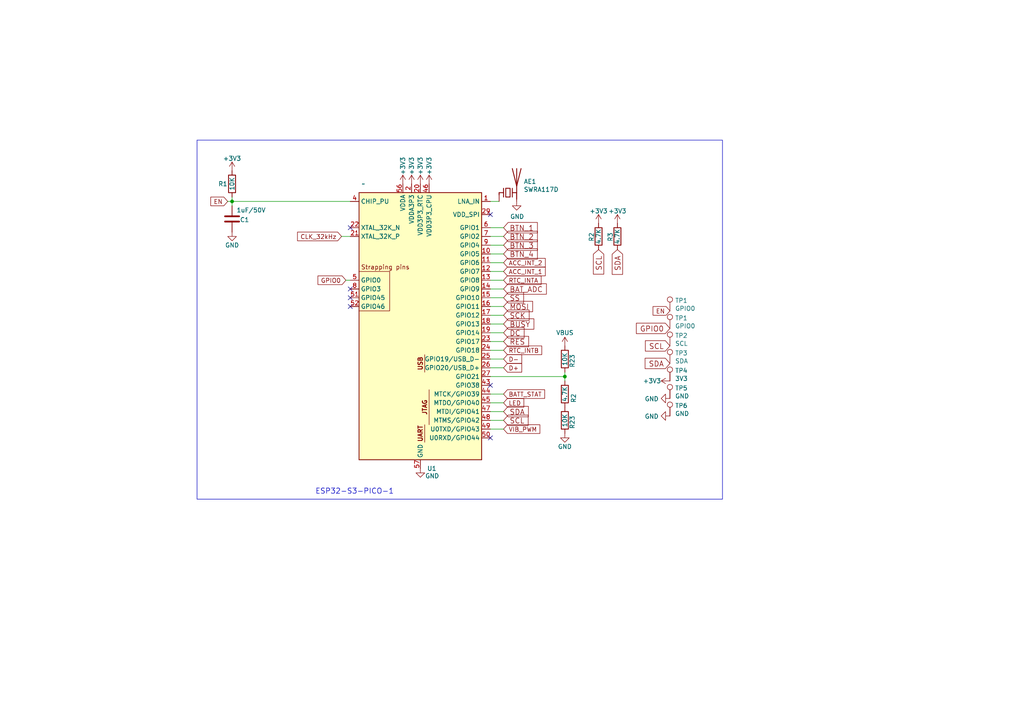
<source format=kicad_sch>
(kicad_sch (version 20230121) (generator eeschema)
  (paper "A4")
  (lib_symbols
    (symbol "Connector:TestPoint" (pin_numbers hide) (pin_names (offset 0.762) hide)
      (property "Reference" "TP" (at 0 6.858 0))
      (property "Value" "TestPoint" (at 0 5.08 0))
      (symbol "TestPoint_0_1"
        (circle (center 0 3.302) (radius 0.762))
      )
      (symbol "TestPoint_1_1"
        (pin passive line (at 0 0 90) (length 2.54) (name "1") (number "1"))
      )
    )
    (symbol "Device:Antenna_Chip" (pin_numbers hide) (pin_names (offset 1.016) hide)
      (property "Reference" "AE" (at 0 5.08 0))
      (property "Value" "Antenna_Chip" (at 0 3.175 0))
      (symbol "Antenna_Chip_0_1"
        (polyline (pts (xy -2.54 0) (xy -2.54 -0.635)) (stroke (width 0.254)))
        (polyline (pts (xy -2.54 0) (xy -1.27 0)) (stroke (width 0.254)))
        (polyline (pts (xy 1.27 0) (xy 2.54 0)) (stroke (width 0.254)))
        (polyline (pts (xy 1.27 1.27) (xy 1.27 -1.27)) (stroke (width 0.254)))
        (polyline (pts (xy 2.54 -0.635) (xy 2.54 0)))
        (polyline (pts (xy 2.54 6.985) (xy 2.54 -1.905)) (stroke (width 0.254)))
        (polyline (pts (xy -1.27 1.27) (xy -1.27 -1.27) (xy -1.27 0)) (stroke (width 0.254)))
        (polyline (pts (xy 3.81 6.985) (xy 2.54 1.905) (xy 1.27 6.985)) (stroke (width 0.254)))
        (polyline (pts (xy -0.635 1.27) (xy 0.635 1.27) (xy 0.635 -1.27) (xy -0.635 -1.27) (xy -0.635 1.27)) (stroke (width 0.254)))
      )
      (symbol "Antenna_Chip_1_1"
        (pin input line (at -2.54 -2.54 90) (length 2.54) (name "FEED") (number "1"))
        (pin passive line (at 2.54 -2.54 90) (length 2.54) (name "PCB_Trace") (number "2"))
      )
    )
    (symbol "Device:C" (pin_numbers hide) (pin_names (offset 0.254))
      (property "Reference" "C" (at 0.635 2.54 0))
      (property "Value" "C" (at 0.635 -2.54 0))
      (symbol "C_0_1"
        (polyline (pts (xy -2.032 -0.762) (xy 2.032 -0.762)) (stroke (width 0.508)))
        (polyline (pts (xy -2.032 0.762) (xy 2.032 0.762)) (stroke (width 0.508)))
      )
      (symbol "C_1_1"
        (pin passive line (at 0 3.81 270) (length 2.794) (name "~") (number "1"))
        (pin passive line (at 0 -3.81 90) (length 2.794) (name "~") (number "2"))
      )
    )
    (symbol "Device:R" (pin_numbers hide) (pin_names (offset 0))
      (property "Reference" "R" (at 2.032 0 90))
      (property "Value" "R" (at 0 0 90))
      (symbol "R_0_1"
        (rectangle (start -1.016 -2.54) (end 1.016 2.54) (stroke (width 0.254)))
      )
      (symbol "R_1_1"
        (pin passive line (at 0 3.81 270) (length 1.27) (name "~") (number "1"))
        (pin passive line (at 0 -3.81 90) (length 1.27) (name "~") (number "2"))
      )
    )
    (symbol "Watchy:ESP32-S3-PICO-1"
      (property "Reference" "U" (at 0 0 0))
      (symbol "ESP32-S3-PICO-1_0_1"
        (rectangle (start -1.27 -2.54) (end 34.29 -80.01) (stroke (width 0.254)) (fill (type background)))
      )
      (symbol "ESP32-S3-PICO-1_1_0"
        (pin bidirectional line (at 36.83 -5.08 180) (length 2.54) (name "LNA_IN") (number "1"))
        (pin bidirectional line (at 36.83 -20.32 180) (length 2.54) (name "GPIO5") (number "10"))
        (pin bidirectional line (at 36.83 -22.86 180) (length 2.54) (name "GPIO6") (number "11"))
        (pin bidirectional line (at 36.83 -25.4 180) (length 2.54) (name "GPIO7") (number "12"))
        (pin bidirectional line (at 36.83 -27.94 180) (length 2.54) (name "GPIO8") (number "13"))
        (pin bidirectional line (at 36.83 -30.48 180) (length 2.54) (name "GPIO9") (number "14"))
        (pin bidirectional line (at 36.83 -33.02 180) (length 2.54) (name "GPIO10") (number "15"))
        (pin bidirectional line (at 36.83 -35.56 180) (length 2.54) (name "GPIO11") (number "16"))
        (pin bidirectional line (at 36.83 -38.1 180) (length 2.54) (name "GPIO12") (number "17"))
        (pin bidirectional line (at 36.83 -40.64 180) (length 2.54) (name "GPIO13") (number "18"))
        (pin bidirectional line (at 36.83 -43.18 180) (length 2.54) (name "GPIO14") (number "19"))
        (pin power_in line (at 13.97 0 270) (length 2.54) (name "VDDA3P3") (number "2"))
        (pin power_in line (at 16.51 0 270) (length 2.54) (name "VDD3P3_RTC") (number "20"))
        (pin bidirectional line (at -3.81 -15.24 0) (length 2.54) (name "XTAL_32K_P") (number "21"))
        (pin bidirectional line (at -3.81 -12.7 0) (length 2.54) (name "XTAL_32K_N") (number "22"))
        (pin bidirectional line (at 36.83 -45.72 180) (length 2.54) (name "GPIO17") (number "23"))
        (pin bidirectional line (at 36.83 -48.26 180) (length 2.54) (name "GPIO18") (number "24"))
        (pin bidirectional line (at 36.83 -50.8 180) (length 2.54) (name "GPIO19/USB_D-") (number "25"))
        (pin bidirectional line (at 36.83 -53.34 180) (length 2.54) (name "GPIO20/USB_D+") (number "26"))
        (pin bidirectional line (at 36.83 -55.88 180) (length 2.54) (name "GPIO21") (number "27"))
        (pin no_connect line (at 6.985 -80.645 90) (length 2.54) hide (name "SPICS1") (number "28"))
        (pin power_out line (at 36.83 -8.89 180) (length 2.54) (name "VDD_SPI") (number "29"))
        (pin passive line (at 13.97 0 270) (length 2.54) hide (name "VDDA3P3") (number "3"))
        (pin no_connect line (at 2.54 -80.01 90) (length 2.54) hide (name "SPICLK_N") (number "36"))
        (pin no_connect line (at 5.08 -80.01 90) (length 2.54) hide (name "SPICLK_P") (number "37"))
        (pin no_connect line (at -3.81 -50.8 0) (length 2.54) hide (name "GPIO33") (number "38"))
        (pin no_connect line (at -3.81 -53.34 0) (length 2.54) hide (name "GPIO34") (number "39"))
        (pin input line (at -3.81 -5.08 0) (length 2.54) (name "CHIP_PU") (number "4"))
        (pin no_connect line (at -3.81 -55.88 0) (length 2.54) hide (name "GPIO35") (number "40"))
        (pin no_connect line (at -3.81 -58.42 0) (length 2.54) hide (name "GPIO36") (number "41"))
        (pin no_connect line (at -3.81 -60.96 0) (length 2.54) hide (name "GPIO37") (number "42"))
        (pin bidirectional line (at 36.83 -58.42 180) (length 2.54) (name "GPIO38") (number "43"))
        (pin bidirectional line (at 36.83 -60.96 180) (length 2.54) (name "MTCK/GPIO39") (number "44"))
        (pin bidirectional line (at 36.83 -63.5 180) (length 2.54) (name "MTDO/GPIO40") (number "45"))
        (pin power_in line (at 19.05 0 270) (length 2.54) (name "VDD3P3_CPU") (number "46"))
        (pin bidirectional line (at 36.83 -66.04 180) (length 2.54) (name "MTDI/GPIO41") (number "47"))
        (pin bidirectional line (at 36.83 -68.58 180) (length 2.54) (name "MTMS/GPIO42") (number "48"))
        (pin bidirectional line (at 36.83 -71.12 180) (length 2.54) (name "U0TXD/GPIO43") (number "49"))
        (pin bidirectional line (at -3.81 -27.94 0) (length 2.54) (name "GPIO0") (number "5"))
        (pin bidirectional line (at 36.83 -73.66 180) (length 2.54) (name "U0RXD/GPIO44") (number "50"))
        (pin bidirectional line (at -3.81 -33.02 0) (length 2.54) (name "GPIO45") (number "51"))
        (pin bidirectional line (at -3.81 -35.56 0) (length 2.54) (name "GPIO46") (number "52"))
        (pin passive line (at 11.43 0 270) (length 2.54) hide (name "VDDA") (number "55"))
        (pin power_in line (at 11.43 0 270) (length 2.54) (name "VDDA") (number "56"))
        (pin power_in line (at 16.51 -82.55 90) (length 2.54) (name "GND") (number "57"))
        (pin bidirectional line (at 36.83 -12.7 180) (length 2.54) (name "GPIO1") (number "6"))
        (pin bidirectional line (at 36.83 -15.24 180) (length 2.54) (name "GPIO2") (number "7"))
        (pin bidirectional line (at -3.81 -30.48 0) (length 2.54) (name "GPIO3") (number "8"))
        (pin bidirectional line (at 36.83 -17.78 180) (length 2.54) (name "GPIO4") (number "9"))
      )
      (symbol "ESP32-S3-PICO-1_1_1"
        (polyline (pts (xy 17.78 -74.93) (xy 17.78 -69.85)))
        (polyline (pts (xy 17.78 -49.53) (xy 17.78 -54.61)))
        (polyline (pts (xy 19.05 -69.85) (xy 19.05 -59.69)))
        (polyline (pts (xy -1.27 -25.4) (xy 7.62 -25.4) (xy 7.62 -36.83) (xy -1.27 -36.83)))
        (text private "GPIO3 may be used with USB-JTAG" (at -21.59 -25.4 0) (effects (font (size 1.27 1.27))))
        (text private "SPI pins\nused N8R8\nmay be used in N8R2" (at -2.54 -45.72 0) (effects (font (size 1.27 1.27)) (justify right)))
        (text "JTAG" (at 17.78 -64.77 900) (effects (font (size 1.27 1.27) bold)))
        (text "Strapping pins" (at 6.35 -24.13 0) (effects (font (size 1.27 1.27))))
        (text "UART" (at 16.51 -72.39 900) (effects (font (size 1.27 1.27) bold)))
        (text "USB" (at 16.51 -52.07 900) (effects (font (size 1.27 1.27) bold)))
      )
    )
    (symbol "power:+3V3" (power) (pin_names (offset 0))
      (property "Value" "+3V3" (at 0 3.556 0))
      (symbol "+3V3_0_1"
        (polyline (pts (xy -0.762 1.27) (xy 0 2.54)))
        (polyline (pts (xy 0 0) (xy 0 2.54)))
        (polyline (pts (xy 0 2.54) (xy 0.762 1.27)))
      )
      (symbol "+3V3_1_1"
        (pin power_in line (at 0 0 90) (length 0) hide (name "+3V3") (number "1"))
      )
    )
    (symbol "power:GND" (power) (pin_names (offset 0))
      (property "Value" "GND" (at 0 -3.81 0))
      (symbol "GND_0_1"
        (polyline (pts (xy 0 0) (xy 0 -1.27) (xy 1.27 -1.27) (xy 0 -2.54) (xy -1.27 -1.27) (xy 0 -1.27)))
      )
      (symbol "GND_1_1"
        (pin power_in line (at 0 0 270) (length 0) hide (name "GND") (number "1"))
      )
    )
    (symbol "power:VBUS" (power) (pin_names (offset 0))
      (property "Value" "VBUS" (at 0 3.81 0))
      (symbol "VBUS_0_1"
        (polyline (pts (xy -0.762 1.27) (xy 0 2.54)))
        (polyline (pts (xy 0 0) (xy 0 2.54)))
        (polyline (pts (xy 0 2.54) (xy 0.762 1.27)))
      )
      (symbol "VBUS_1_1"
        (pin power_in line (at 0 0 90) (length 0) hide (name "VBUS") (number "1"))
      )
    )
  )
  (junction (at 163.83 109.22))
  (junction (at 67.31 58.42))
  (no_connect (at 142.24 127))
  (no_connect (at 101.6 83.82))
  (no_connect (at 101.6 88.9))
  (no_connect (at 142.24 111.76))
  (no_connect (at 101.6 86.36))
  (no_connect (at 142.24 62.23))
  (no_connect (at 101.6 66.04))
  (wire (pts (xy 142.24 114.3) (xy 146.05 114.3)))
  (wire (pts (xy 142.24 116.84) (xy 146.05 116.84)))
  (wire (pts (xy 142.24 96.52) (xy 146.05 96.52)))
  (wire (pts (xy 66.04 58.42) (xy 67.31 58.42)))
  (wire (pts (xy 67.31 58.42) (xy 101.6 58.42)))
  (wire (pts (xy 142.24 119.38) (xy 146.05 119.38)))
  (wire (pts (xy 67.31 57.15) (xy 67.31 58.42)))
  (wire (pts (xy 163.83 109.22) (xy 163.83 110.49)))
  (wire (pts (xy 100.33 81.28) (xy 101.6 81.28)))
  (wire (pts (xy 142.24 71.12) (xy 146.05 71.12)))
  (wire (pts (xy 142.24 93.98) (xy 146.05 93.98)))
  (wire (pts (xy 142.24 88.9) (xy 146.05 88.9)))
  (wire (pts (xy 142.24 83.82) (xy 146.05 83.82)))
  (wire (pts (xy 142.24 109.22) (xy 163.83 109.22)))
  (wire (pts (xy 142.24 101.6) (xy 146.05 101.6)))
  (wire (pts (xy 142.24 86.36) (xy 146.05 86.36)))
  (wire (pts (xy 142.24 73.66) (xy 146.05 73.66)))
  (wire (pts (xy 99.06 68.58) (xy 101.6 68.58)))
  (wire (pts (xy 142.24 106.68) (xy 146.05 106.68)))
  (wire (pts (xy 142.24 68.58) (xy 146.05 68.58)))
  (wire (pts (xy 142.24 104.14) (xy 146.05 104.14)))
  (wire (pts (xy 142.24 78.74) (xy 146.05 78.74)))
  (wire (pts (xy 163.83 107.95) (xy 163.83 109.22)))
  (wire (pts (xy 142.24 76.2) (xy 146.05 76.2)))
  (wire (pts (xy 142.24 58.42) (xy 144.78 58.42)))
  (wire (pts (xy 142.24 81.28) (xy 146.05 81.28)))
  (wire (pts (xy 142.24 121.92) (xy 146.05 121.92)))
  (wire (pts (xy 142.24 66.04) (xy 146.05 66.04)))
  (wire (pts (xy 142.24 124.46) (xy 146.05 124.46)))
  (wire (pts (xy 142.24 91.44) (xy 146.05 91.44)))
  (wire (pts (xy 142.24 99.06) (xy 146.05 99.06)))
  (wire (pts (xy 67.31 58.42) (xy 67.31 59.69)))
  (rectangle (start 57.15 40.64) (end 209.55 144.78))
  (text "ESP32-S3-PICO-1" (at 91.44 143.51 0) (effects (font (size 1.524 1.524)) (justify left bottom)))
  (global_label "D-" (shape input) (at 146.05 104.14 0) (property "Intersheetrefs" "${INTERSHEET_REFS}" (effects hide)))
  (global_label "LED" (shape input) (at 146.05 116.84 0) (property "Intersheetrefs" "${INTERSHEET_REFS}" (effects hide)))
  (global_label "RES" (shape input) (at 146.05 99.06 0) (effects (font (size 1.524 1.524))) (property "Intersheetrefs" "${INTERSHEET_REFS}" (effects hide)))
  (global_label "DC" (shape input) (at 146.05 96.52 0) (effects (font (size 1.524 1.524))) (property "Intersheetrefs" "${INTERSHEET_REFS}" (effects hide)))
  (global_label "RTC_INTB" (shape input) (at 146.05 101.6 0) (property "Intersheetrefs" "${INTERSHEET_REFS}" (effects hide)))
  (global_label "GPIO0" (shape input) (at 100.33 81.28 180) (property "Intersheetrefs" "${INTERSHEET_REFS}" (effects hide)))
  (global_label "ACC_INT_1" (shape input) (at 146.05 78.74 0) (property "Intersheetrefs" "${INTERSHEET_REFS}" (effects hide)))
  (global_label "SDA" (shape input) (at 194.31 105.41 180) (effects (font (size 1.524 1.524))) (property "Intersheetrefs" "${INTERSHEET_REFS}" (effects hide)))
  (global_label "SS" (shape input) (at 146.05 86.36 0) (effects (font (size 1.524 1.524))) (property "Intersheetrefs" "${INTERSHEET_REFS}" (effects hide)))
  (global_label "EN" (shape input) (at 66.04 58.42 180) (property "Intersheetrefs" "${INTERSHEET_REFS}" (effects hide)))
  (global_label "SDA" (shape input) (at 179.07 72.39 270) (effects (font (size 1.524 1.524))) (property "Intersheetrefs" "${INTERSHEET_REFS}" (effects hide)))
  (global_label "EN" (shape input) (at 194.31 90.17 180) (property "Intersheetrefs" "${INTERSHEET_REFS}" (effects hide)))
  (global_label "SCL" (shape input) (at 173.609 72.39 270) (effects (font (size 1.524 1.524))) (property "Intersheetrefs" "${INTERSHEET_REFS}" (effects hide)))
  (global_label "D+" (shape input) (at 146.05 106.68 0) (property "Intersheetrefs" "${INTERSHEET_REFS}" (effects hide)))
  (global_label "BAT_ADC" (shape input) (at 146.05 83.82 0) (effects (font (size 1.524 1.524))) (property "Intersheetrefs" "${INTERSHEET_REFS}" (effects hide)))
  (global_label "CLK_32kHz" (shape input) (at 99.06 68.58 180) (property "Intersheetrefs" "${INTERSHEET_REFS}" (effects hide)))
  (global_label "BATT_STAT" (shape input) (at 146.05 114.3 0) (property "Intersheetrefs" "${INTERSHEET_REFS}" (effects hide)))
  (global_label "BUSY" (shape input) (at 146.05 93.98 0) (effects (font (size 1.524 1.524))) (property "Intersheetrefs" "${INTERSHEET_REFS}" (effects hide)))
  (global_label "GPIO0" (shape input) (at 194.31 95.25 180) (effects (font (size 1.524 1.524))) (property "Intersheetrefs" "${INTERSHEET_REFS}" (effects hide)))
  (global_label "ACC_INT_2" (shape input) (at 146.05 76.2 0) (property "Intersheetrefs" "${INTERSHEET_REFS}" (effects hide)))
  (global_label "SCL" (shape input) (at 194.31 100.33 180) (effects (font (size 1.524 1.524))) (property "Intersheetrefs" "${INTERSHEET_REFS}" (effects hide)))
  (global_label "SCL" (shape input) (at 146.05 121.92 0) (effects (font (size 1.524 1.524))) (property "Intersheetrefs" "${INTERSHEET_REFS}" (effects hide)))
  (global_label "BTN_3" (shape input) (at 146.05 71.12 0) (effects (font (size 1.524 1.524))) (property "Intersheetrefs" "${INTERSHEET_REFS}" (effects hide)))
  (global_label "VIB_PWM" (shape input) (at 146.05 124.46 0) (property "Intersheetrefs" "${INTERSHEET_REFS}" (effects hide)))
  (global_label "BTN_4" (shape input) (at 146.05 73.66 0) (effects (font (size 1.524 1.524))) (property "Intersheetrefs" "${INTERSHEET_REFS}" (effects hide)))
  (global_label "MOSI" (shape input) (at 146.05 88.9 0) (effects (font (size 1.524 1.524))) (property "Intersheetrefs" "${INTERSHEET_REFS}" (effects hide)))
  (global_label "RTC_INTA" (shape input) (at 146.05 81.28 0) (property "Intersheetrefs" "${INTERSHEET_REFS}" (effects hide)))
  (global_label "SDA" (shape input) (at 146.05 119.38 0) (effects (font (size 1.524 1.524))) (property "Intersheetrefs" "${INTERSHEET_REFS}" (effects hide)))
  (global_label "BTN_2" (shape input) (at 146.05 68.58 0) (effects (font (size 1.524 1.524))) (property "Intersheetrefs" "${INTERSHEET_REFS}" (effects hide)))
  (global_label "BTN_1" (shape input) (at 146.05 66.04 0) (effects (font (size 1.524 1.524))) (property "Intersheetrefs" "${INTERSHEET_REFS}" (effects hide)))
  (global_label "SCK" (shape input) (at 146.05 91.44 0) (effects (font (size 1.524 1.524))) (property "Intersheetrefs" "${INTERSHEET_REFS}" (effects hide)))
  (symbol (lib_id "Device:R") (at 67.31 53.34 0) (unit 1)
    (property "Reference" "R1" (at 64.643 53.34 0))
    (property "Value" "10K" (at 67.31 53.34 90))
    (property "Footprint" "Watchy:R_0402" (effects hide))
  )
  (symbol (lib_id "Connector:TestPoint") (at 194.31 115.57 0) (unit 1)
    (property "Reference" "TP5" (at 195.7832 112.5728 0) (effects (justify left)))
    (property "Value" "GND" (at 195.7832 114.8842 0) (effects (justify left)))
    (property "Footprint" "TestPoint:TestPoint_Pad_D1.0mm" (effects hide))
  )
  (symbol (lib_id "Device:R") (at 163.83 121.92 180) (unit 1)
    (property "Reference" "R23" (at 165.989 120.523 90) (effects (justify left)))
    (property "Value" "10K" (at 163.83 120.015 90) (effects (justify left)))
    (property "Footprint" "Watchy:R_0402" (effects hide))
    (instances (project "Watchy" (path "" (reference "R23") (unit 1)) (path "" (reference "R25") (unit 1))))
  )
  (symbol (lib_id "Connector:TestPoint") (at 194.31 110.49 0) (unit 1)
    (property "Reference" "TP4" (at 195.7832 107.4928 0) (effects (justify left)))
    (property "Value" "3V3" (at 195.7832 109.8042 0) (effects (justify left)))
    (property "Footprint" "TestPoint:TestPoint_Pad_D1.0mm" (effects hide))
  )
  (symbol (lib_id "power:GND") (at 194.31 115.57 270) (unit 1)
    (property "Reference" "#PWR0107" (effects hide))
    (property "Value" "GND" (at 191.0588 115.697 90) (effects (justify right)))
    (instances (project "Watchy" (path "" (reference "#PWR0107") (unit 1)) (path "" (reference "#PWR067") (unit 1))))
  )
  (symbol (lib_id "power:+3V3") (at 124.46 53.34 0) (unit 1)
    (property "Reference" "#PWR07" (effects hide))
    (property "Value" "+3V3" (at 124.46 48.133 90))
    (instances (project "Watchy" (path "" (reference "#PWR07") (unit 1)) (path "" (reference "#PWR011") (unit 1))))
  )
  (symbol (lib_id "Device:Antenna_Chip") (at 147.32 55.88 0) (unit 1)
    (property "Reference" "AE1" (at 151.892 52.6542 0) (effects (justify left)))
    (property "Value" "SWRA117D" (at 151.892 54.9656 0) (effects (justify left)))
    (property "Footprint" "Watchy:SWRA117D" (effects hide))
  )
  (symbol (lib_id "Connector:TestPoint") (at 194.31 90.17 0) (unit 1)
    (property "Reference" "TP1" (at 195.7832 87.1728 0) (effects (justify left)))
    (property "Value" "GPIO0" (at 195.7832 89.4842 0) (effects (justify left)))
    (property "Footprint" "TestPoint:TestPoint_Pad_D1.0mm" (effects hide))
    (instances (project "Watchy" (path "" (reference "TP1") (unit 1)) (path "" (reference "TP7") (unit 1))))
  )
  (symbol (lib_id "power:+3V3") (at 121.92 53.34 0) (unit 1)
    (property "Reference" "#PWR06" (effects hide))
    (property "Value" "+3V3" (at 121.92 48.133 90))
    (instances (project "Watchy" (path "" (reference "#PWR06") (unit 1)) (path "" (reference "#PWR07") (unit 1))))
  )
  (symbol (lib_id "Device:R") (at 163.83 104.14 180) (unit 1)
    (property "Reference" "R23" (at 165.989 102.743 90) (effects (justify left)))
    (property "Value" "10K" (at 163.83 102.235 90) (effects (justify left)))
    (property "Footprint" "Watchy:R_0402" (effects hide))
    (instances (project "Watchy" (path "" (reference "R23") (unit 1)) (path "" (reference "R19") (unit 1))))
  )
  (symbol (lib_id "power:GND") (at 121.92 135.89 0) (unit 1)
    (property "Reference" "#PWR036" (effects hide))
    (property "Value" "GND" (at 125.349 138.049 0))
    (instances (project "Watchy" (path "" (reference "#PWR036") (unit 1)) (path "" (reference "#PWR08") (unit 1))))
  )
  (symbol (lib_id "power:VBUS") (at 163.83 100.33 0) (unit 1)
    (property "Reference" "#PWR071" (effects hide))
    (property "Value" "VBUS" (at 163.83 96.52 0))
    (instances (project "Watchy" (path "" (reference "#PWR071") (unit 1)) (path "" (reference "#PWR065") (unit 1))))
  )
  (symbol (lib_id "power:+3V3") (at 194.31 110.49 90) (unit 1)
    (property "Reference" "#PWR0106" (effects hide))
    (property "Value" "+3V3" (at 189.103 110.49 90))
    (instances (project "Watchy" (path "" (reference "#PWR0106") (unit 1)) (path "" (reference "#PWR049") (unit 1))))
  )
  (symbol (lib_id "Device:R") (at 163.83 114.3 0) (unit 1)
    (property "Reference" "R2" (at 166.37 116.84 90) (effects (justify left)))
    (property "Value" "4.7K" (at 163.83 116.586 90) (effects (justify left)))
    (property "Footprint" "Watchy:R_0402" (effects hide))
    (instances (project "Watchy" (path "" (reference "R2") (unit 1)) (path "" (reference "R18") (unit 1))))
  )
  (symbol (lib_id "power:GND") (at 163.83 125.73 0) (unit 1)
    (property "Reference" "#PWR070" (effects hide))
    (property "Value" "GND" (at 163.83 129.54 0))
    (instances (project "Watchy" (path "" (reference "#PWR070") (unit 1)) (path "" (reference "#PWR066") (unit 1))))
  )
  (symbol (lib_id "Device:R") (at 179.07 68.58 0) (unit 1)
    (property "Reference" "R3" (at 177.038 70.104 90) (effects (justify left)))
    (property "Value" "4.7K" (at 179.07 70.866 90) (effects (justify left)))
    (property "Footprint" "Watchy:R_0402" (effects hide))
    (instances (project "Watchy" (path "" (reference "R3") (unit 1)) (path "" (reference "R17") (unit 1))))
  )
  (symbol (lib_id "power:+3V3") (at 179.07 64.77 0) (unit 1)
    (property "Reference" "#PWR03" (effects hide))
    (property "Value" "+3V3" (at 179.07 61.214 0))
    (instances (project "Watchy" (path "" (reference "#PWR03") (unit 1)) (path "" (reference "#PWR064") (unit 1))))
  )
  (symbol (lib_id "power:GND") (at 194.31 120.65 270) (unit 1)
    (property "Reference" "#PWR049" (effects hide))
    (property "Value" "GND" (at 191.0588 120.777 90) (effects (justify right)))
    (instances (project "Watchy" (path "" (reference "#PWR049") (unit 1)) (path "" (reference "#PWR069") (unit 1))))
  )
  (symbol (lib_id "power:GND") (at 67.31 67.31 0) (unit 1)
    (property "Reference" "#PWR011" (effects hide))
    (property "Value" "GND" (at 67.31 71.12 0))
    (instances (project "Watchy" (path "" (reference "#PWR011") (unit 1)) (path "" (reference "#PWR02") (unit 1))))
  )
  (symbol (lib_id "Connector:TestPoint") (at 194.31 105.41 0) (unit 1)
    (property "Reference" "TP3" (at 195.7832 102.4128 0) (effects (justify left)))
    (property "Value" "SDA" (at 195.7832 104.7242 0) (effects (justify left)))
    (property "Footprint" "TestPoint:TestPoint_Pad_D1.0mm" (effects hide))
  )
  (symbol (lib_id "Device:R") (at 173.609 68.58 0) (unit 1)
    (property "Reference" "R2" (at 171.577 70.104 90) (effects (justify left)))
    (property "Value" "4.7K" (at 173.609 70.866 90) (effects (justify left)))
    (property "Footprint" "Watchy:R_0402" (effects hide))
    (instances (project "Watchy" (path "" (reference "R2") (unit 1)) (path "" (reference "R11") (unit 1))))
  )
  (symbol (lib_id "Device:C") (at 67.31 63.5 0) (unit 1)
    (property "Reference" "C1" (at 69.596 63.754 0) (effects (justify left)))
    (property "Value" "1uF/50V" (at 68.58 60.96 0) (effects (justify left)))
    (property "Footprint" "Capacitor_SMD:C_0603_1608Metric" (effects hide))
  )
  (symbol (lib_id "Connector:TestPoint") (at 194.31 95.25 0) (unit 1)
    (property "Reference" "TP1" (at 195.7832 92.2528 0) (effects (justify left)))
    (property "Value" "GPIO0" (at 195.7832 94.5642 0) (effects (justify left)))
    (property "Footprint" "TestPoint:TestPoint_Pad_D1.0mm" (effects hide))
  )
  (symbol (lib_id "power:GND") (at 149.86 58.42 0) (unit 1)
    (property "Reference" "#PWR08" (effects hide))
    (property "Value" "GND" (at 149.987 62.8142 0))
    (instances (project "Watchy" (path "" (reference "#PWR08") (unit 1)) (path "" (reference "#PWR036") (unit 1))))
  )
  (symbol (lib_id "power:+3V3") (at 67.31 49.53 0) (unit 1)
    (property "Reference" "#PWR01" (effects hide))
    (property "Value" "+3V3" (at 67.31 45.974 0))
  )
  (symbol (lib_id "Connector:TestPoint") (at 194.31 120.65 0) (unit 1)
    (property "Reference" "TP6" (at 195.7832 117.6528 0) (effects (justify left)))
    (property "Value" "GND" (at 195.7832 119.9642 0) (effects (justify left)))
    (property "Footprint" "TestPoint:TestPoint_Pad_D1.0mm" (effects hide))
  )
  (symbol (lib_id "Watchy:ESP32-S3-PICO-1") (at 105.41 53.34 0) (unit 1)
    (property "Reference" "U1" (at 123.8759 135.89 0) (effects (justify left)))
    (property "Value" "~" (at 105.41 53.34 0))
    (property "Footprint" "Watchy:LGA56 (7x7mm)" (effects hide))
  )
  (symbol (lib_id "power:+3V3") (at 119.38 53.34 0) (unit 1)
    (property "Reference" "#PWR05" (effects hide))
    (property "Value" "+3V3" (at 119.38 48.133 90))
    (instances (project "Watchy" (path "" (reference "#PWR05") (unit 1)) (path "" (reference "#PWR06") (unit 1))))
  )
  (symbol (lib_id "power:+3V3") (at 116.84 53.34 0) (unit 1)
    (property "Reference" "#PWR04" (effects hide))
    (property "Value" "+3V3" (at 116.84 48.133 90))
    (instances (project "Watchy" (path "" (reference "#PWR04") (unit 1)) (path "" (reference "#PWR05") (unit 1))))
  )
  (symbol (lib_id "Connector:TestPoint") (at 194.31 100.33 0) (unit 1)
    (property "Reference" "TP2" (at 195.7832 97.3328 0) (effects (justify left)))
    (property "Value" "SCL" (at 195.7832 99.6442 0) (effects (justify left)))
    (property "Footprint" "TestPoint:TestPoint_Pad_D1.0mm" (effects hide))
  )
  (symbol (lib_id "power:+3V3") (at 173.609 64.77 0) (unit 1)
    (property "Reference" "#PWR02" (effects hide))
    (property "Value" "+3V3" (at 173.609 61.214 0))
    (instances (project "Watchy" (path "" (reference "#PWR02") (unit 1)) (path "" (reference "#PWR063") (unit 1))))
  )
)
</source>
